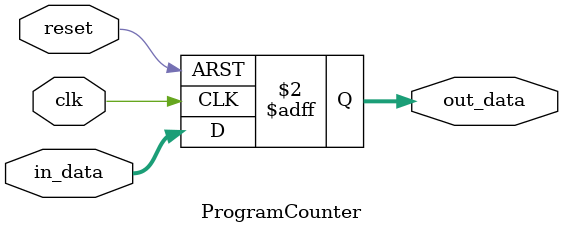
<source format=v>
`timescale 1ns / 1ps


module ProgramCounter(
    input clk,
    input reset,
    input [31:0] in_data,
    output reg [31:0] out_data
    );
  reg [31:0]data;
  always @(posedge clk or posedge reset)
     begin 
      if(reset)
        out_data <= 32'd0;
      else
        out_data <=in_data;

   		end

endmodule

</source>
